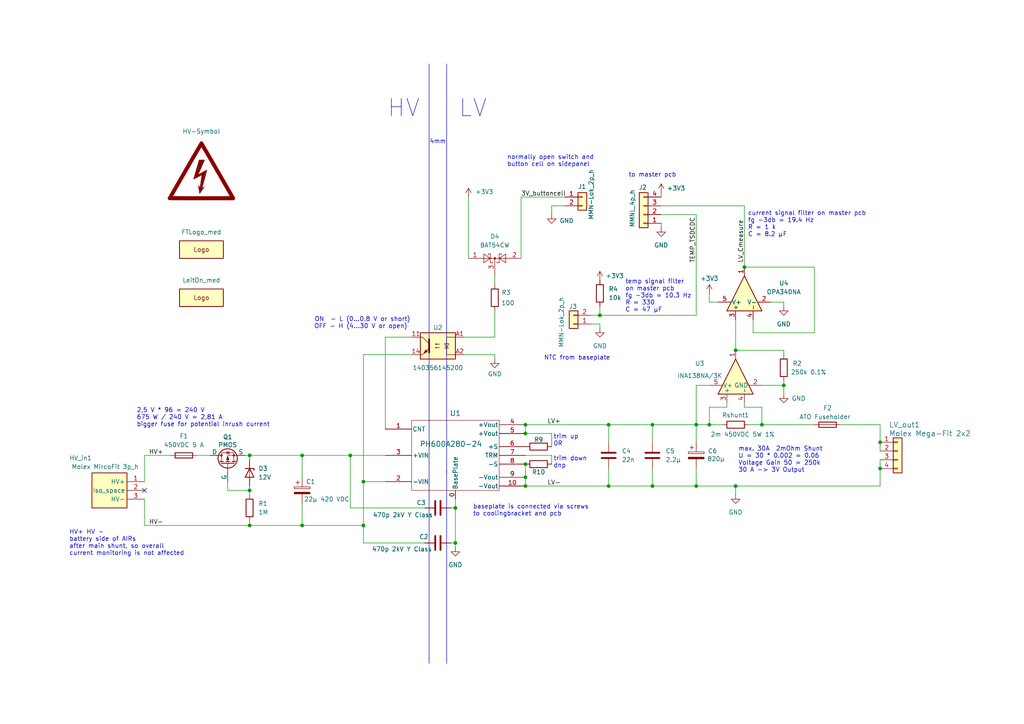
<source format=kicad_sch>
(kicad_sch (version 20231120) (generator "eeschema") (generator_version "8.0")
  (paper "A4")
  (title_block (title "TS-DCDC") (date "2024-12-12") (rev "0.5"))
  (lib_symbols
    (symbol "2024-11-18_21-41-11:PH600A280-24" (pin_names (offset 0.254))
      (property "Reference" "U1" (at 20.32 7.112 0))
      (property "Value" "PH600A280-24" (at 19.05 -1.778 0))
      (symbol "PH600A280-24_0_1"
        (polyline (pts (xy 7.62 -15.24) (xy 33.02 -15.24)) (stroke (width 0.127)))
        (polyline (pts (xy 7.62 5.08) (xy 7.62 -15.24)) (stroke (width 0.127)))
        (polyline (pts (xy 33.02 -15.24) (xy 33.02 5.08)) (stroke (width 0.127)))
        (polyline (pts (xy 33.02 5.08) (xy 7.62 5.08)) (stroke (width 0.127)))
      )
      (symbol "PH600A280-24_1_1"
        (pin passive line (at 20.32 -17.78 90) (length 2.54) (name "BasePlate") (number "0"))
        (pin input line (at 0 2.54 0) (length 7.62) (name "CNT") (number "1"))
        (pin power_out line (at 40.64 -13.97 180) (length 7.62) (name "-Vout") (number "10"))
        (pin power_in line (at 0 -12.7 0) (length 7.62) (name "-VIN") (number "2"))
        (pin power_in line (at 0 -5.08 0) (length 7.62) (name "+VIN") (number "3"))
        (pin power_out line (at 40.64 3.81 180) (length 7.62) (name "+Vout") (number "4"))
        (pin power_out line (at 40.64 1.27 180) (length 7.62) (name "+Vout") (number "5"))
        (pin input line (at 40.64 -2.54 180) (length 7.62) (name "+S") (number "6"))
        (pin input line (at 40.64 -5.08 180) (length 7.62) (name "TRM") (number "7"))
        (pin input line (at 40.64 -7.62 180) (length 7.62) (name "-S") (number "8"))
        (pin power_out line (at 40.64 -11.43 180) (length 7.62) (name "-Vout") (number "9"))
      )
    )
    (symbol "43650-0317:43650-0317"
      (property "Reference" "HV_in1" (at 10.16 -12.7 0))
      (property "Value" "43650-0317" (at 10.16 -10.16 0))
      (symbol "43650-0317_1_1"
        (rectangle (start 5.08 2.54) (end 15.24 -7.62) (stroke (width 0.254)) (fill (type background)))
        (pin power_out line (at 0 -5.08 0) (length 5.08) (name "HV+") (number "1"))
        (pin passive line (at 0 -2.54 0) (length 5.08) (name "iso_space") (number "2"))
        (pin power_out line (at 0 0 0) (length 5.08) (name "HV-") (number "3"))
      )
    )
    (symbol "Amplifier_Current:INA138" (pin_names (offset 0.127))
      (property "Reference" "U" (at 3.81 5.08 0))
      (property "Value" "INA138" (at 3.81 2.54 0))
      (symbol "INA138_0_1"
        (polyline (pts (xy -5.08 5.08) (xy 5.08 0) (xy -5.08 -5.08) (xy -5.08 5.08)) (stroke (width 0.254)) (fill (type background)))
      )
      (symbol "INA138_1_1"
        (pin output line (at 7.62 0 180) (length 2.54) (name "~") (number "1"))
        (pin power_in line (at -2.54 -7.62 90) (length 3.81) (name "GND") (number "2"))
        (pin input line (at -7.62 2.54 0) (length 2.54) (name "+") (number "3"))
        (pin input line (at -7.62 -2.54 0) (length 2.54) (name "-") (number "4"))
        (pin power_in line (at -2.54 7.62 270) (length 3.81) (name "V+") (number "5"))
      )
    )
    (symbol "Amplifier_Operational:OPA340NA" (pin_names (offset 0.127))
      (property "Reference" "U" (at -1.27 6.35 0))
      (property "Value" "OPA340NA" (at -1.27 3.81 0))
      (symbol "OPA340NA_0_1"
        (polyline (pts (xy -5.08 5.08) (xy 5.08 0) (xy -5.08 -5.08) (xy -5.08 5.08)) (stroke (width 0.254)) (fill (type background)))
        (pin power_in line (at -2.54 -7.62 90) (length 3.81) (name "V-") (number "2"))
        (pin power_in line (at -2.54 7.62 270) (length 3.81) (name "V+") (number "5"))
      )
      (symbol "OPA340NA_1_1"
        (pin output line (at 7.62 0 180) (length 2.54) (name "~") (number "1"))
        (pin input line (at -7.62 2.54 0) (length 2.54) (name "+") (number "3"))
        (pin input line (at -7.62 -2.54 0) (length 2.54) (name "-") (number "4"))
      )
    )
    (symbol "Connector_Generic:Conn_01x02" (pin_names (offset 1.016) hide)
      (property "Reference" "J" (at 0 2.54 0))
      (property "Value" "Conn_01x02" (at 0 -5.08 0))
      (symbol "Conn_01x02_1_1"
        (rectangle (start -1.27 -2.413) (end 0 -2.667) (stroke (width 0.1524)))
        (rectangle (start -1.27 0.127) (end 0 -0.127) (stroke (width 0.1524)))
        (rectangle (start -1.27 1.27) (end 1.27 -3.81) (stroke (width 0.254)) (fill (type background)))
        (pin passive line (at -5.08 0 0) (length 3.81) (name "Pin_1") (number "1"))
        (pin passive line (at -5.08 -2.54 0) (length 3.81) (name "Pin_2") (number "2"))
      )
    )
    (symbol "Connector_Generic:Conn_01x04" (pin_names (offset 1.016) hide)
      (property "Reference" "J" (at 0 5.08 0))
      (property "Value" "Conn_01x04" (at 0 -7.62 0))
      (symbol "Conn_01x04_1_1"
        (rectangle (start -1.27 -4.953) (end 0 -5.207) (stroke (width 0.1524)))
        (rectangle (start -1.27 -2.413) (end 0 -2.667) (stroke (width 0.1524)))
        (rectangle (start -1.27 0.127) (end 0 -0.127) (stroke (width 0.1524)))
        (rectangle (start -1.27 2.667) (end 0 2.413) (stroke (width 0.1524)))
        (rectangle (start -1.27 3.81) (end 1.27 -6.35) (stroke (width 0.254)) (fill (type background)))
        (pin passive line (at -5.08 2.54 0) (length 3.81) (name "Pin_1") (number "1"))
        (pin passive line (at -5.08 0 0) (length 3.81) (name "Pin_2") (number "2"))
        (pin passive line (at -5.08 -2.54 0) (length 3.81) (name "Pin_3") (number "3"))
        (pin passive line (at -5.08 -5.08 0) (length 3.81) (name "Pin_4") (number "4"))
      )
    )
    (symbol "Device:C" (pin_numbers hide) (pin_names (offset 0.254))
      (property "Reference" "C" (at 0.635 2.54 0))
      (property "Value" "C" (at 0.635 -2.54 0))
      (symbol "C_0_1"
        (polyline (pts (xy -2.032 -0.762) (xy 2.032 -0.762)) (stroke (width 0.508)))
        (polyline (pts (xy -2.032 0.762) (xy 2.032 0.762)) (stroke (width 0.508)))
      )
      (symbol "C_1_1"
        (pin passive line (at 0 3.81 270) (length 2.794) (name "~") (number "1"))
        (pin passive line (at 0 -3.81 90) (length 2.794) (name "~") (number "2"))
      )
    )
    (symbol "Device:C_Polarized" (pin_numbers hide) (pin_names (offset 0.254))
      (property "Reference" "C" (at 0.635 2.54 0))
      (property "Value" "C_Polarized" (at 0.635 -2.54 0))
      (symbol "C_Polarized_0_1"
        (rectangle (start -2.286 0.508) (end 2.286 1.016))
        (polyline (pts (xy -1.778 2.286) (xy -0.762 2.286)))
        (polyline (pts (xy -1.27 2.794) (xy -1.27 1.778)))
        (rectangle (start 2.286 -0.508) (end -2.286 -1.016) (fill (type outline)))
      )
      (symbol "C_Polarized_1_1"
        (pin passive line (at 0 3.81 270) (length 2.794) (name "~") (number "1"))
        (pin passive line (at 0 -3.81 90) (length 2.794) (name "~") (number "2"))
      )
    )
    (symbol "Device:D_Zener" (pin_numbers hide) (pin_names (offset 1.016) hide)
      (property "Reference" "D" (at 0 2.54 0))
      (property "Value" "D_Zener" (at 0 -2.54 0))
      (symbol "D_Zener_0_1"
        (polyline (pts (xy 1.27 0) (xy -1.27 0)))
        (polyline (pts (xy -1.27 -1.27) (xy -1.27 1.27) (xy -0.762 1.27)) (stroke (width 0.254)))
        (polyline (pts (xy 1.27 -1.27) (xy 1.27 1.27) (xy -1.27 0) (xy 1.27 -1.27)) (stroke (width 0.254)))
      )
      (symbol "D_Zener_1_1"
        (pin passive line (at -3.81 0 0) (length 2.54) (name "K") (number "1"))
        (pin passive line (at 3.81 0 180) (length 2.54) (name "A") (number "2"))
      )
    )
    (symbol "Device:Fuse" (pin_numbers hide) (pin_names (offset 0))
      (property "Reference" "F" (at 2.032 0 90))
      (property "Value" "Fuse" (at -1.905 0 90))
      (symbol "Fuse_0_1"
        (rectangle (start -0.762 -2.54) (end 0.762 2.54) (stroke (width 0.254)))
        (polyline (pts (xy 0 2.54) (xy 0 -2.54)))
      )
      (symbol "Fuse_1_1"
        (pin passive line (at 0 3.81 270) (length 1.27) (name "~") (number "1"))
        (pin passive line (at 0 -3.81 90) (length 1.27) (name "~") (number "2"))
      )
    )
    (symbol "Device:R" (pin_numbers hide) (pin_names (offset 0))
      (property "Reference" "R" (at 2.032 0 90))
      (property "Value" "R" (at 0 0 90))
      (symbol "R_0_1"
        (rectangle (start -1.016 -2.54) (end 1.016 2.54) (stroke (width 0.254)))
      )
      (symbol "R_1_1"
        (pin passive line (at 0 3.81 270) (length 1.27) (name "~") (number "1"))
        (pin passive line (at 0 -3.81 90) (length 1.27) (name "~") (number "2"))
      )
    )
    (symbol "Diode:BAT54CW" (pin_names (offset 1.016))
      (property "Reference" "D" (at 0.635 -3.81 0))
      (property "Value" "BAT54CW" (at -6.35 3.175 0))
      (symbol "BAT54CW_0_1"
        (polyline (pts (xy -1.905 0) (xy 1.905 0)))
        (polyline (pts (xy -1.905 1.27) (xy -1.905 1.016)))
        (polyline (pts (xy -1.27 -1.27) (xy -0.635 -1.27)))
        (polyline (pts (xy -1.27 0) (xy -3.81 0)))
        (polyline (pts (xy -1.27 1.27) (xy -1.905 1.27)))
        (polyline (pts (xy -1.27 1.27) (xy -1.27 -1.27)))
        (polyline (pts (xy -0.635 -1.27) (xy -0.635 -1.016)))
        (polyline (pts (xy 0.635 -1.27) (xy 0.635 -1.016)))
        (polyline (pts (xy 1.27 -1.27) (xy 0.635 -1.27)))
        (polyline (pts (xy 1.27 1.27) (xy 1.27 -1.27)))
        (polyline (pts (xy 1.27 1.27) (xy 1.905 1.27)))
        (polyline (pts (xy 1.905 1.27) (xy 1.905 1.016)))
        (polyline (pts (xy 3.81 0) (xy 1.27 0)))
        (polyline (pts (xy -3.175 -1.27) (xy -3.175 1.27) (xy -1.27 0) (xy -3.175 -1.27)))
        (polyline (pts (xy 3.175 -1.27) (xy 3.175 1.27) (xy 1.27 0) (xy 3.175 -1.27)))
        (circle (center 0 0) (radius 0.254) (fill (type outline)))
      )
      (symbol "BAT54CW_1_1"
        (pin passive line (at -7.62 0 0) (length 3.81) (name "~") (number "1"))
        (pin passive line (at 7.62 0 180) (length 3.81) (name "~") (number "2"))
        (pin passive line (at 0 -5.08 90) (length 5.08) (name "~") (number "3"))
      )
    )
    (symbol "FaSTTUBe_logos:FTLogo_med"
      (property "Value" "FTLogo_med" (at 0 -3.81 0))
      (symbol "FTLogo_med_0_0"
        (text "Logo" (at 0 0 0) (effects (font (size 1.27 1.27))))
      )
      (symbol "FTLogo_med_0_1"
        (rectangle (start -6.35 2.54) (end 6.35 -2.54) (stroke (width 0.254)) (fill (type background)))
      )
    )
    (symbol "FaSTTUBe_logos:HV-Symbol" (pin_names (offset 1.016))
      (property "Value" "HV-Symbol" (at 0 -10.16 0))
      (symbol "HV-Symbol_0_0"
        (polyline (pts (xy -0.4892 -6.6071) (xy -0.4759 -6.591) (xy -0.4273 -6.5255) (xy -0.3518 -6.4196) (xy -0.2542 -6.2805) (xy -0.1394 -6.1154) (xy -0.0124 -5.9317) (xy 0.1219 -5.7364) (xy 0.2585 -5.5367) (xy 0.3925 -5.34) (xy 0.5191 -5.1533) (xy 0.6332 -4.984) (xy 0.73 -4.8391) (xy 0.8045 -4.726) (xy 0.8518 -4.6518) (xy 0.8669 -4.6238) (xy 0.8391 -4.6326) (xy 0.7671 -4.6703) (xy 0.6626 -4.7309) (xy 0.537 -4.8081) (xy 0.4195 -4.881) (xy 0.3146 -4.9437) (xy 0.2421 -4.9843) (xy 0.2131 -4.9963) (xy 0.2151 -4.9851) (xy 0.2315 -4.9189) (xy 0.2631 -4.7973) (xy 0.3086 -4.6249) (xy 0.3669 -4.4065) (xy 0.4366 -4.1466) (xy 0.5165 -3.8499) (xy 0.6054 -3.521) (xy 0.702 -3.1645) (xy 0.8051 -2.7851) (xy 0.9135 -2.3873) (xy 0.9755 -2.1599) (xy 1.0812 -1.7709) (xy 1.1809 -1.4024) (xy 1.2735 -1.059) (xy 1.3576 -0.7454) (xy 1.432 -0.4663) (xy 1.4955 -0.2264) (xy 1.5468 -0.0304) (xy 1.5847 0.1171) (xy 1.6079 0.2112) (xy 1.6151 0.2474) (xy 1.6 0.2451) (xy 1.5342 0.2168) (xy 1.4215 0.1619) (xy 1.2678 0.0834) (xy 1.0788 -0.0157) (xy 0.8602 -0.1324) (xy 0.6178 -0.2637) (xy 0.3573 -0.4066) (xy 0.1726 -0.5084) (xy -0.0763 -0.6449) (xy -0.3032 -0.7687) (xy -0.5023 -0.8766) (xy -0.6678 -0.9654) (xy -0.7938 -1.0321) (xy -0.8747 -1.0735) (xy -0.9046 -1.0865) (xy -0.8996 -1.0709) (xy -0.8714 -1.0014) (xy -0.8205 -0.8806) (xy -0.7488 -0.7135) (xy -0.6586 -0.5046) (xy -0.5517 -0.2589) (xy -0.4304 0.0188) (xy -0.2967 0.3239) (xy -0.1526 0.6514) (xy -0.0003 0.9967) (xy 0.1049 1.235) (xy 0.253 1.5703) (xy 0.3921 1.8852) (xy 0.52 2.175) (xy 0.6346 2.4347) (xy 0.7337 2.6594) (xy 0.8152 2.8442) (xy 0.8769 2.9843) (xy 0.9167 3.0747) (xy 0.9323 3.1106) (xy 0.9309 3.1196) (xy 0.9051 3.1304) (xy 0.8453 3.1382) (xy 0.7454 3.1431) (xy 0.599 3.1453) (xy 0.4001 3.1453) (xy 0.1424 3.1431) (xy -0.6646 3.1344) (xy -1.4846 0.343) (xy -1.6044 -0.0656) (xy -1.7195 -0.4592) (xy -1.8277 -0.8304) (xy -1.9277 -1.1747) (xy -2.0183 -1.4878) (xy -2.0981 -1.7651) (xy -2.166 -2.0023) (xy -2.2206 -2.195) (xy -2.2606 -2.3386) (xy -2.2848 -2.4288) (xy -2.2919 -2.4611) (xy -2.286 -2.4597) (xy -2.2336 -2.4367) (xy -2.1322 -2.388) (xy -1.988 -2.3167) (xy -1.807 -2.2259) (xy -1.5954 -2.1186) (xy -1.3593 -1.998) (xy -1.1049 -1.867) (xy -0.9986 -1.8122) (xy -0.7512 -1.6851) (xy -0.5248 -1.5695) (xy -0.3256 -1.4685) (xy -0.1595 -1.3851) (xy -0.0328 -1.3225) (xy 0.0485 -1.2837) (xy 0.0782 -1.2717) (xy 0.0786 -1.2748) (xy 0.0749 -1.3248) (xy 0.063 -1.4299) (xy 0.0441 -1.5831) (xy 0.0189 -1.7774) (xy -0.0114 -2.0057) (xy -0.0458 -2.261) (xy -0.0835 -2.5363) (xy -0.1233 -2.8245) (xy -0.1644 -3.1186) (xy -0.2057 -3.4116) (xy -0.2463 -3.6965) (xy -0.2851 -3.9662) (xy -0.3212 -4.2137) (xy -0.3535 -4.432) (xy -0.3812 -4.614) (xy -0.4032 -4.7527) (xy -0.4186 -4.8411) (xy -0.4263 -4.8721) (xy -0.4486 -4.8511) (xy -0.4999 -4.7857) (xy -0.5714 -4.6867) (xy -0.6549 -4.5646) (xy -0.7311 -4.4535) (xy -0.805 -4.3514) (xy -0.8599 -4.282) (xy -0.8876 -4.2561) (xy -0.9014 -4.2806) (xy -0.8968 -4.3443) (xy -0.8924 -4.369) (xy -0.8778 -4.4566) (xy -0.8553 -4.5949) (xy -0.8262 -4.7758) (xy -0.792 -4.9906) (xy -0.7538 -5.2313) (xy -0.7132 -5.4892) (xy -0.6874 -5.6524) (xy -0.6486 -5.8965) (xy -0.6132 -6.1162) (xy -0.5826 -6.3034) (xy -0.558 -6.4502) (xy -0.5409 -6.5487) (xy -0.5324 -6.5909) (xy -0.521 -6.6112) (xy -0.4892 -6.6071)) (stroke (width 0.01)) (fill (type outline)))
        (polyline (pts (xy -0.7512 -8.4995) (xy 0.0488 -8.4991) (xy 9.3708 -8.4937) (xy 9.4936 -8.4173) (xy 9.5205 -8.3994) (xy 9.6443 -8.2757) (xy 9.7185 -8.1228) (xy 9.7386 -7.9548) (xy 9.6999 -7.7862) (xy 9.6933 -7.7735) (xy 9.6567 -7.7077) (xy 9.5896 -7.5892) (xy 9.4933 -7.4203) (xy 9.3691 -7.2031) (xy 9.2184 -6.9399) (xy 9.0425 -6.6332) (xy 8.8426 -6.285) (xy 8.6201 -5.8977) (xy 8.3763 -5.4736) (xy 8.1124 -5.015) (xy 7.8299 -4.524) (xy 7.53 -4.0031) (xy 7.2139 -3.4544) (xy 6.8831 -2.8803) (xy 6.5389 -2.283) (xy 6.1825 -1.6649) (xy 5.8152 -1.028) (xy 5.4384 -0.3749) (xy 5.0534 0.2924) (xy 4.7596 0.8012) (xy 4.2896 1.615) (xy 3.843 2.3874) (xy 3.4206 3.1175) (xy 3.0228 3.8044) (xy 2.6502 4.447) (xy 2.3033 5.0445) (xy 1.9827 5.5959) (xy 1.6889 6.1003) (xy 1.4225 6.5568) (xy 1.184 6.9643) (xy 0.9739 7.3221) (xy 0.7929 7.6291) (xy 0.6414 7.8844) (xy 0.52 8.0871) (xy 0.4293 8.2362) (xy 0.3697 8.3308) (xy 0.3419 8.37) (xy 0.2962 8.4088) (xy 0.1437 8.4869) (xy -0.0205 8.5068) (xy -0.1836 8.4683) (xy -0.3328 8.3714) (xy -0.3337 8.3705) (xy -0.3625 8.329) (xy -0.4218 8.2342) (xy -0.5102 8.0888) (xy -0.626 7.8955) (xy -0.7675 7.657) (xy -0.9334 7.3761) (xy -1.1219 7.0555) (xy -1.3314 6.698) (xy -1.5605 6.3063) (xy -1.8075 5.8832) (xy -2.0709 5.4313) (xy -2.349 4.9534) (xy -2.6402 4.4523) (xy -2.9431 3.9307) (xy -3.256 3.3913) (xy -3.5774 2.8369) (xy -3.9055 2.2702) (xy -4.239 1.6939) (xy -4.5762 1.1108) (xy -4.9154 0.5236) (xy -5.2553 -0.0649) (xy -5.594 -0.6521) (xy -5.9301 -1.2351) (xy -6.2621 -1.8112) (xy -6.5882 -2.3777) (xy -6.9069 -2.9319) (xy -7.2167 -3.471) (xy -7.516 -3.9923) (xy -7.8032 -4.493) (xy -8.0766 -4.9704) (xy -8.3348 -5.4218) (xy -8.5761 -5.8444) (xy -8.799 -6.2355) (xy -9.0019 -6.5924) (xy -9.1832 -6.9122) (xy -9.3412 -7.1924) (xy -9.4624 -7.4082) (xy -8.2772 -7.4082) (xy -8.2597 -7.3762) (xy -8.2115 -7.291) (xy -8.1342 -7.1555) (xy -8.0294 -6.9726) (xy -7.8989 -6.7452) (xy -7.7442 -6.4761) (xy -7.5671 -6.1683) (xy -7.3692 -5.8245) (xy -7.1521 -5.4478) (xy -6.9176 -5.041) (xy -6.6673 -4.6069) (xy -6.4029 -4.1484) (xy -6.1259 -3.6685) (xy -5.8382 -3.1699) (xy -5.5414 -2.6556) (xy -5.237 -2.1285) (xy -4.9268 -1.5914) (xy -4.6125 -1.0472) (xy -4.2957 -0.4988) (xy -3.9781 0.0509) (xy -3.6613 0.599) (xy -3.347 1.1428) (xy -3.0369 1.6792) (xy -2.7327 2.2054) (xy -2.4359 2.7185) (xy -2.1483 3.2157) (xy -1.8715 3.6941) (xy -1.6072 4.1507) (xy -1.357 4.5828) (xy -1.1227 4.9874) (xy -0.9058 5.3616) (xy -0.7081 5.7026) (xy -0.5312 6.0075) (xy -0.3768 6.2734) (xy -0.2465 6.4974) (xy -0.142 6.6766) (xy -0.065 6.8083) (xy -0.0171 6.8894) (xy 0 6.9171) (xy 0.0002 6.917) (xy 0.0191 6.8867) (xy 0.0688 6.803) (xy 0.1474 6.669) (xy 0.2535 6.4875) (xy 0.3853 6.2614) (xy 0.5411 5.9935) (xy 0.7192 5.6868) (xy 0.9181 5.3441) (xy 1.1361 4.9683) (xy 1.3714 4.5623) (xy 1.6225 4.129) (xy 1.8876 3.6712) (xy 2.1651 3.1917) (xy 2.4534 2.6936) (xy 2.7507 2.1797) (xy 3.0554 1.6528) (xy 3.3659 1.1159) (xy 3.6804 0.5717) (xy 3.9974 0.0233) (xy 4.3151 -0.5266) (xy 4.632 -1.0751) (xy 4.9462 -1.6192) (xy 5.2562 -2.1561) (xy 5.5603 -2.6829) (xy 5.8568 -3.1968) (xy 6.1442 -3.6948) (xy 6.4206 -4.1741) (xy 6.6844 -4.6318) (xy 6.9341 -5.065) (xy 7.1679 -5.4708) (xy 7.3841 -5.8465) (xy 7.5811 -6.189) (xy 7.7572 -6.4955) (xy 7.9109 -6.7631) (xy 8.0403 -6.989) (xy 8.1438 -7.1703) (xy 8.2198 -7.304) (xy 8.2667 -7.3874) (xy 8.2827 -7.4175) (xy 8.2727 -7.4185) (xy 8.2056 -7.4203) (xy 8.0779 -7.422) (xy 7.8921 -7.4237) (xy 7.6511 -7.4253) (xy 7.3575 -7.4269) (xy 7.0141 -7.4284) (xy 6.6236 -7.4298) (xy 6.1887 -7.4311) (xy 5.7121 -7.4324) (xy 5.1966 -7.4335) (xy 4.6448 -7.4345) (xy 4.0596 -7.4354) (xy 3.4436 -7.4362) (xy 2.7996 -7.4369) (xy 2.1302 -7.4374) (xy 1.4382 -7.4378) (xy 0.7264 -7.438) (xy -0.0027 -7.4381) (xy -0.309 -7.4381) (xy -1.147 -7.4379) (xy -1.9474 -7.4374) (xy -2.7085 -7.4368) (xy -3.4285 -7.4359) (xy -4.1058 -7.4349) (xy -4.7386 -7.4336) (xy -5.3253 -7.4322) (xy -5.8641 -7.4305) (xy -6.3533 -7.4287) (xy -6.7913 -7.4267) (xy -7.1762 -7.4245) (xy -7.5064 -7.4222) (xy -7.7802 -7.4197) (xy -7.9959 -7.417) (xy -8.1518 -7.4142) (xy -8.2461 -7.4113) (xy -8.2772 -7.4082) (xy -9.4624 -7.4082) (xy -9.4746 -7.43) (xy -9.5816 -7.6225) (xy -9.6606 -7.7671) (xy -9.7102 -7.8609) (xy -9.7287 -7.9014) (xy -9.7289 -7.9026) (xy -9.7335 -8.0172) (xy -9.7143 -8.1285) (xy -9.6792 -8.2033) (xy -9.5907 -8.3193) (xy -9.4796 -8.4176) (xy -9.3676 -8.4762) (xy -9.3591 -8.4772) (xy -9.2932 -8.4796) (xy -9.1659 -8.4819) (xy -8.9795 -8.484) (xy -8.7364 -8.4861) (xy -8.4391 -8.488) (xy -8.09 -8.4898) (xy -7.6916 -8.4915) (xy -7.2463 -8.493) (xy -6.7565 -8.4944) (xy -6.2247 -8.4957) (xy -5.6534 -8.4968) (xy -5.045 -8.4977) (xy -4.4018 -8.4984) (xy -3.7264 -8.499) (xy -3.0212 -8.4994) (xy -2.2887 -8.4997) (xy -1.5312 -8.4997) (xy -0.7512 -8.4995)) (stroke (width 0.01)) (fill (type outline)))
      )
    )
    (symbol "FaSTTUBe_logos:LeitOn_med"
      (property "Value" "LeitOn_med" (at 0 -3.81 0))
      (symbol "LeitOn_med_0_0"
        (text "Logo" (at 0 0 0) (effects (font (size 1.27 1.27))))
      )
      (symbol "LeitOn_med_0_1"
        (rectangle (start -6.35 2.54) (end 6.35 -2.54) (stroke (width 0.254)) (fill (type background)))
      )
    )
    (symbol "Relay_SolidState:34.81-7048"
      (property "Reference" "U" (at -5.08 5.08 0))
      (property "Value" "34.81-7048" (at 0 5.08 0))
      (symbol "34.81-7048_0_1"
        (rectangle (start -5.08 3.81) (end 5.08 -3.81) (stroke (width 0.254)) (fill (type background)))
        (polyline (pts (xy -3.175 -0.635) (xy -1.905 -0.635)))
        (polyline (pts (xy 2.54 1.905) (xy 2.54 -1.905) (xy 2.54 -1.905)) (stroke (width 0.508)))
        (polyline (pts (xy -5.08 2.54) (xy -2.54 2.54) (xy -2.54 -2.54) (xy -5.08 -2.54)))
        (polyline (pts (xy -2.54 -0.635) (xy -3.175 0.635) (xy -1.905 0.635) (xy -2.54 -0.635)))
        (polyline (pts (xy -0.508 -0.508) (xy 0.762 -0.508) (xy 0.381 -0.635) (xy 0.381 -0.381) (xy 0.762 -0.508)))
        (polyline (pts (xy -0.508 0.508) (xy 0.762 0.508) (xy 0.381 0.381) (xy 0.381 0.635) (xy 0.762 0.508)))
        (polyline (pts (xy 3.048 -1.651) (xy 3.556 -1.143) (xy 4.064 -2.159) (xy 3.048 -1.651) (xy 3.048 -1.651)) (fill (type outline)))
        (polyline (pts (xy 5.08 2.54) (xy 4.445 2.54) (xy 2.54 0.635) (xy 2.54 -0.635) (xy 4.445 -2.54) (xy 5.08 -2.54)))
      )
      (symbol "34.81-7048_1_1"
        (pin passive line (at 7.62 2.54 180) (length 2.54) (name "~") (number "11"))
        (pin passive line (at 7.62 -2.54 180) (length 2.54) (name "~") (number "14"))
        (pin passive line (at -7.62 2.54 0) (length 2.54) (name "~") (number "A1"))
        (pin passive line (at -7.62 -2.54 0) (length 2.54) (name "~") (number "A2"))
      )
    )
    (symbol "Simulation_SPICE:PMOS" (pin_numbers hide) (pin_names (offset 0))
      (property "Reference" "Q" (at 5.08 1.27 0))
      (property "Value" "PMOS" (at 5.08 -1.27 0))
      (symbol "PMOS_0_1"
        (polyline (pts (xy 0.254 0) (xy -2.54 0)))
        (polyline (pts (xy 0.254 1.905) (xy 0.254 -1.905)) (stroke (width 0.254)))
        (polyline (pts (xy 0.762 -1.27) (xy 0.762 -2.286)) (stroke (width 0.254)))
        (polyline (pts (xy 0.762 0.508) (xy 0.762 -0.508)) (stroke (width 0.254)))
        (polyline (pts (xy 0.762 2.286) (xy 0.762 1.27)) (stroke (width 0.254)))
        (polyline (pts (xy 2.54 2.54) (xy 2.54 1.778)))
        (polyline (pts (xy 2.54 -2.54) (xy 2.54 0) (xy 0.762 0)))
        (polyline (pts (xy 0.762 1.778) (xy 3.302 1.778) (xy 3.302 -1.778) (xy 0.762 -1.778)))
        (polyline (pts (xy 2.286 0) (xy 1.27 0.381) (xy 1.27 -0.381) (xy 2.286 0)) (fill (type outline)))
        (polyline (pts (xy 2.794 -0.508) (xy 2.921 -0.381) (xy 3.683 -0.381) (xy 3.81 -0.254)))
        (polyline (pts (xy 3.302 -0.381) (xy 2.921 0.254) (xy 3.683 0.254) (xy 3.302 -0.381)))
        (circle (center 1.651 0) (radius 2.794) (stroke (width 0.254)))
        (circle (center 2.54 -1.778) (radius 0.254) (fill (type outline)))
        (circle (center 2.54 1.778) (radius 0.254) (fill (type outline)))
      )
      (symbol "PMOS_1_1"
        (pin passive line (at 2.54 5.08 270) (length 2.54) (name "D") (number "1"))
        (pin input line (at -5.08 0 0) (length 2.54) (name "G") (number "2"))
        (pin passive line (at 2.54 -5.08 90) (length 2.54) (name "S") (number "3"))
      )
    )
    (symbol "power:+3V3" (power) (pin_numbers hide) (pin_names (offset 0) hide)
      (property "Value" "+3V3" (at 0 3.556 0))
      (symbol "+3V3_0_1"
        (polyline (pts (xy -0.762 1.27) (xy 0 2.54)))
        (polyline (pts (xy 0 0) (xy 0 2.54)))
        (polyline (pts (xy 0 2.54) (xy 0.762 1.27)))
      )
      (symbol "+3V3_1_1"
        (pin power_in line (at 0 0 90) (length 0) (name "~") (number "1"))
      )
    )
    (symbol "power:GND" (power) (pin_numbers hide) (pin_names (offset 0) hide)
      (property "Value" "GND" (at 0 -3.81 0))
      (symbol "GND_0_1"
        (polyline (pts (xy 0 0) (xy 0 -1.27) (xy 1.27 -1.27) (xy 0 -2.54) (xy -1.27 -1.27) (xy 0 -1.27)))
      )
      (symbol "GND_1_1"
        (pin power_in line (at 0 0 270) (length 0) (name "~") (number "1"))
      )
    )
  )
  (junction (at 213.36 140.97))
  (junction (at 189.23 140.97))
  (junction (at 201.93 140.97))
  (junction (at 87.63 152.4))
  (junction (at 152.4 134.62))
  (junction (at 189.23 123.19))
  (junction (at 152.4 125.73))
  (junction (at 176.53 123.19))
  (junction (at 152.4 138.43))
  (junction (at 105.41 152.4))
  (junction (at 213.36 101.6))
  (junction (at 152.4 123.19))
  (junction (at 132.08 157.48))
  (junction (at 152.4 140.97))
  (junction (at 72.39 132.08))
  (junction (at 72.39 142.24))
  (junction (at 205.74 123.19))
  (junction (at 201.93 123.19))
  (junction (at 176.53 140.97))
  (junction (at 255.27 135.89))
  (junction (at 72.39 152.4))
  (junction (at 173.99 91.44))
  (junction (at 220.98 123.19))
  (junction (at 255.27 128.27))
  (junction (at 132.08 147.32))
  (junction (at 215.9 77.47))
  (junction (at 101.6 132.08))
  (junction (at 105.41 139.7))
  (junction (at 227.33 111.76))
  (junction (at 87.63 132.08))
  (no_connect (at 41.91 142.24))
  (wire (pts (xy 213.36 140.97) (xy 213.36 143.51)))
  (wire (pts (xy 160.02 125.73) (xy 152.4 125.73)))
  (wire (pts (xy 105.41 102.87) (xy 119.38 102.87)))
  (wire (pts (xy 151.13 57.15) (xy 151.13 74.93)))
  (wire (pts (xy 191.77 59.69) (xy 215.9 59.69)))
  (wire (pts (xy 41.91 152.4) (xy 41.91 144.78)))
  (wire (pts (xy 176.53 123.19) (xy 176.53 128.27)))
  (wire (pts (xy 176.53 135.89) (xy 176.53 140.97)))
  (wire (pts (xy 111.76 97.79) (xy 111.76 124.46)))
  (wire (pts (xy 160.02 59.69) (xy 160.02 62.23)))
  (wire (pts (xy 201.93 123.19) (xy 205.74 123.19)))
  (wire (pts (xy 201.93 111.76) (xy 205.74 111.76)))
  (wire (pts (xy 151.13 57.15) (xy 163.83 57.15)))
  (wire (pts (xy 132.08 157.48) (xy 130.81 157.48)))
  (wire (pts (xy 134.62 97.79) (xy 143.51 97.79)))
  (wire (pts (xy 105.41 139.7) (xy 105.41 152.4)))
  (wire (pts (xy 201.93 62.23) (xy 201.93 91.44)))
  (wire (pts (xy 173.99 93.98) (xy 171.45 93.98)))
  (wire (pts (xy 143.51 80.01) (xy 143.51 82.55)))
  (wire (pts (xy 205.74 123.19) (xy 209.55 123.19)))
  (wire (pts (xy 201.93 111.76) (xy 201.93 123.19)))
  (wire (pts (xy 210.82 116.84) (xy 210.82 118.11)))
  (wire (pts (xy 210.82 118.11) (xy 205.74 118.11)))
  (wire (pts (xy 135.89 57.15) (xy 135.89 74.93)))
  (wire (pts (xy 218.44 96.52) (xy 236.22 96.52)))
  (wire (pts (xy 243.84 123.19) (xy 255.27 123.19)))
  (wire (pts (xy 227.33 111.76) (xy 227.33 114.3)))
  (wire (pts (xy 152.4 123.19) (xy 176.53 123.19)))
  (polyline (pts (xy 124.46 18.542) (xy 124.46 192.405)))
  (wire (pts (xy 160.02 132.08) (xy 160.02 134.62)))
  (wire (pts (xy 208.28 87.63) (xy 205.74 87.63)))
  (wire (pts (xy 191.77 66.04) (xy 191.77 64.77)))
  (wire (pts (xy 152.4 138.43) (xy 152.4 134.62)))
  (wire (pts (xy 41.91 152.4) (xy 72.39 152.4)))
  (wire (pts (xy 111.76 97.79) (xy 119.38 97.79)))
  (wire (pts (xy 132.08 147.32) (xy 132.08 157.48)))
  (wire (pts (xy 220.98 118.11) (xy 220.98 123.19)))
  (wire (pts (xy 255.27 128.27) (xy 255.27 130.81)))
  (wire (pts (xy 227.33 88.9) (xy 227.33 87.63)))
  (wire (pts (xy 71.12 132.08) (xy 72.39 132.08)))
  (wire (pts (xy 72.39 133.35) (xy 72.39 132.08)))
  (wire (pts (xy 72.39 143.51) (xy 72.39 142.24)))
  (wire (pts (xy 66.04 139.7) (xy 66.04 142.24)))
  (wire (pts (xy 105.41 139.7) (xy 111.76 139.7)))
  (wire (pts (xy 105.41 152.4) (xy 105.41 157.48)))
  (wire (pts (xy 189.23 140.97) (xy 201.93 140.97)))
  (wire (pts (xy 213.36 92.71) (xy 213.36 101.6)))
  (wire (pts (xy 213.36 140.97) (xy 255.27 140.97)))
  (wire (pts (xy 173.99 88.9) (xy 173.99 91.44)))
  (wire (pts (xy 72.39 152.4) (xy 87.63 152.4)))
  (wire (pts (xy 173.99 91.44) (xy 201.93 91.44)))
  (wire (pts (xy 189.23 123.19) (xy 189.23 128.27)))
  (wire (pts (xy 220.98 111.76) (xy 227.33 111.76)))
  (wire (pts (xy 189.23 135.89) (xy 189.23 140.97)))
  (wire (pts (xy 201.93 135.89) (xy 201.93 140.97)))
  (wire (pts (xy 220.98 118.11) (xy 215.9 118.11)))
  (wire (pts (xy 134.62 102.87) (xy 143.51 102.87)))
  (wire (pts (xy 87.63 152.4) (xy 105.41 152.4)))
  (wire (pts (xy 87.63 132.08) (xy 101.6 132.08)))
  (wire (pts (xy 132.08 144.78) (xy 132.08 147.32)))
  (polyline (pts (xy 129.54 136.525) (xy 129.54 192.405)))
  (wire (pts (xy 152.4 123.19) (xy 152.4 125.73)))
  (wire (pts (xy 87.63 132.08) (xy 87.63 138.43)))
  (wire (pts (xy 191.77 57.15) (xy 191.77 55.88)))
  (wire (pts (xy 236.22 77.47) (xy 215.9 77.47)))
  (wire (pts (xy 72.39 142.24) (xy 72.39 140.97)))
  (wire (pts (xy 205.74 118.11) (xy 205.74 123.19)))
  (wire (pts (xy 101.6 132.08) (xy 111.76 132.08)))
  (wire (pts (xy 105.41 102.87) (xy 105.41 139.7)))
  (wire (pts (xy 236.22 96.52) (xy 236.22 77.47)))
  (wire (pts (xy 60.96 132.08) (xy 57.15 132.08)))
  (wire (pts (xy 72.39 132.08) (xy 87.63 132.08)))
  (wire (pts (xy 163.83 59.69) (xy 160.02 59.69)))
  (wire (pts (xy 152.4 132.08) (xy 160.02 132.08)))
  (wire (pts (xy 176.53 123.19) (xy 189.23 123.19)))
  (wire (pts (xy 227.33 87.63) (xy 223.52 87.63)))
  (wire (pts (xy 173.99 91.44) (xy 171.45 91.44)))
  (wire (pts (xy 72.39 151.13) (xy 72.39 152.4)))
  (wire (pts (xy 201.93 140.97) (xy 213.36 140.97)))
  (wire (pts (xy 217.17 123.19) (xy 220.98 123.19)))
  (wire (pts (xy 215.9 59.69) (xy 215.9 77.47)))
  (wire (pts (xy 152.4 140.97) (xy 176.53 140.97)))
  (polyline (pts (xy 129.54 18.542) (xy 129.54 137.16)))
  (wire (pts (xy 123.19 147.32) (xy 101.6 147.32)))
  (wire (pts (xy 152.4 140.97) (xy 152.4 138.43)))
  (wire (pts (xy 255.27 133.35) (xy 255.27 135.89)))
  (wire (pts (xy 66.04 142.24) (xy 72.39 142.24)))
  (wire (pts (xy 176.53 140.97) (xy 189.23 140.97)))
  (wire (pts (xy 173.99 93.98) (xy 173.99 95.25)))
  (wire (pts (xy 215.9 118.11) (xy 215.9 116.84)))
  (wire (pts (xy 255.27 135.89) (xy 255.27 140.97)))
  (wire (pts (xy 189.23 123.19) (xy 201.93 123.19)))
  (wire (pts (xy 143.51 97.79) (xy 143.51 90.17)))
  (wire (pts (xy 132.08 147.32) (xy 130.81 147.32)))
  (wire (pts (xy 132.08 158.75) (xy 132.08 157.48)))
  (wire (pts (xy 101.6 147.32) (xy 101.6 132.08)))
  (wire (pts (xy 105.41 157.48) (xy 123.19 157.48)))
  (wire (pts (xy 227.33 101.6) (xy 227.33 102.87)))
  (wire (pts (xy 220.98 123.19) (xy 236.22 123.19)))
  (wire (pts (xy 41.91 132.08) (xy 49.53 132.08)))
  (wire (pts (xy 213.36 101.6) (xy 227.33 101.6)))
  (wire (pts (xy 205.74 87.63) (xy 205.74 85.09)))
  (wire (pts (xy 41.91 132.08) (xy 41.91 139.7)))
  (wire (pts (xy 255.27 123.19) (xy 255.27 128.27)))
  (wire (pts (xy 227.33 110.49) (xy 227.33 111.76)))
  (wire (pts (xy 201.93 62.23) (xy 191.77 62.23)))
  (wire (pts (xy 218.44 96.52) (xy 218.44 92.71)))
  (wire (pts (xy 87.63 152.4) (xy 87.63 146.05)))
  (wire (pts (xy 143.51 102.87) (xy 143.51 104.14)))
  (wire (pts (xy 160.02 129.54) (xy 160.02 125.73)))
  (wire (pts (xy 201.93 123.19) (xy 201.93 128.27)))
  (text "trim down\ndnp" (at 160.528 134.112 0) (effects (font (size 1.27 1.27)) (justify left)))
  (text " ON  - L (0...0,8 V or short)\nOFF - H (4...30 V or open)" (at 104.648 93.726 0) (effects (font (size 1.27 1.27))))
  (text "max. 30A  2mOhm Shunt \nU = 30 * 0.002 = 0.06\nVoltage Gain 50 = 250k\n30 A -> 3V Output\n" (at 214.122 133.35 0) (effects (font (size 1.27 1.27)) (justify left)))
  (text "trim up\n0R" (at 160.528 127.762 0) (effects (font (size 1.27 1.27)) (justify left)))
  (text "2,5 V * 96 = 240 V\n675 W / 240 V = 2,81 A\nbigger fuse for potential inrush current\n\n" (at 39.624 122.174 0) (effects (font (size 1.27 1.27)) (justify left)))
  (text "current signal filter on master pcb\nfg -3db = 19.4 Hz\nR = 1 k\nC = 8.2 µF\n" (at 216.916 65.024 0) (effects (font (size 1.27 1.27)) (justify left)))
  (text "LV" (at 137.16 31.496 0) (effects (font (size 5 5))))
  (text "4mm" (at 127 41.148 0) (effects (font (size 1.27 1.27))))
  (text "normally open switch and\nbutton cell on sidepanel\n " (at 147.066 44.958 0) (effects (font (size 1.27 1.27)) (justify left top)))
  (text "NTC from baseplate" (at 167.386 103.886 0) (effects (font (size 1.27 1.27))))
  (text "HV" (at 117.094 31.496 0) (effects (font (size 5 5))))
  (text "HV+ HV -\nbattery side of AIRs\nafter main shunt, so overall \ncurrent monitoring is not affected" (at 20.066 157.48 0) (effects (font (size 1.27 1.27)) (justify left)))
  (text "to master pcb" (at 189.23 50.8 0) (effects (font (size 1.27 1.27))))
  (text "baseplate is connected via screws\nto coolingbracket and pcb\n" (at 137.16 148.082 0) (effects (font (size 1.27 1.27)) (justify left)))
  (text "temp signal filter \non master pcb\nfg -3db = 10.3 Hz\nR = 330\nC = 47 µF" (at 181.356 85.852 0) (effects (font (size 1.27 1.27)) (justify left)))
  (label "LV+" (at 158.75 123.19 0))
  (label "LV-" (at 158.75 140.97 0))
  (label "TEMP_TSDCDC" (at 201.93 76.2 90))
  (label "LV_Cmeasure" (at 215.9 76.2 90))
  (label "3V_buttoncell" (at 151.13 57.15 0))
  (label "HV+" (at 43.18 132.08 0))
  (label "HV-" (at 43.18 152.4 0))
  (symbol (lib_id "Device:C") (at 176.53 132.08 0) (unit 1)
    (property "Reference" "C4" (at 180.34 130.8099 0) (effects (justify left)))
    (property "Value" "22n" (at 180.34 133.3499 0) (effects (justify left)))
    (property "Footprint" "Capacitor_SMD:C_1206_3216Metric" (effects (hide yes)))
    (property "Description" "Unpolarized capacitor" (effects (hide yes)))
  )
  (symbol (lib_id "Device:R") (at 72.39 147.32 0) (unit 1)
    (property "Reference" "R1" (at 74.93 146.0499 0) (effects (justify left)))
    (property "Value" "1M" (at 74.93 148.5899 0) (effects (justify left)))
    (property "Description" "Resistor" (effects (hide yes)))
  )
  (symbol (lib_id "Connector_Generic:Conn_01x04") (at 186.69 62.23 180) (unit 1)
    (property "Reference" "J2" (at 186.436 54.356 0))
    (property "Value" "MMNL_4p_h" (at 183.388 60.452 90))
    (property "Footprint" "FaSTTUBe_connectors:Micro_Mate-N-Lok_4p_horizontal" (effects (hide yes)))
    (property "Description" "Generic connector, single row, 01x04, script generated (kicad-library-utils/schlib/autogen/connector/)" (effects (hide yes)))
  )
  (symbol (lib_id "power:GND") (at 213.36 143.51 0) (unit 1)
    (property "Reference" "#PWR01" (effects (hide yes)))
    (property "Value" "GND" (at 213.36 148.59 0))
    (property "Description" "Power symbol creates a global label with name \"GND\" , ground" (effects (hide yes)))
  )
  (symbol (lib_id "Device:D_Zener") (at 72.39 137.16 270) (unit 1)
    (property "Reference" "D3" (at 74.93 135.8899 90) (effects (justify left)))
    (property "Value" "12V" (at 74.93 138.4299 90) (effects (justify left)))
    (property "Footprint" "Diode_SMD:D_SOD-323" (effects (hide yes)))
    (property "Datasheet" "https://assets.nexperia.com/documents/data-sheet/PDZ-B_SER.pdf" (effects (hide yes)))
    (property "Description" "Zener diode" (effects (hide yes)))
  )
  (symbol (lib_id "power:+3V3") (at 191.77 55.88 0) (mirror y) (unit 1)
    (property "Reference" "#PWR05" (effects (hide yes)))
    (property "Value" "+3V3" (at 196.088 54.61 0))
    (property "Description" "Power symbol creates a global label with name \"+3V3\"" (effects (hide yes)))
  )
  (symbol (lib_id "Amplifier_Operational:OPA340NA") (at 215.9 85.09 90) (unit 1)
    (property "Reference" "U4" (at 227.33 82.1338 90))
    (property "Value" "OPA340NA" (at 227.33 84.6738 90))
    (property "Footprint" "Package_TO_SOT_SMD:SOT-23-5" (effects (hide yes)))
    (property "Datasheet" "http://www.ti.com/lit/ds/symlink/opa340.pdf" (effects (hide yes)))
    (property "Description" "Single Single-Supply, Rail-to-Rail Operational Amplifier, MicroAmplifier Series, SOT-23-5" (effects (hide yes)))
  )
  (symbol (lib_id "Device:C_Polarized") (at 87.63 142.24 0) (unit 1)
    (property "Reference" "C1" (at 91.44 139.7 0) (effects (justify right)))
    (property "Value" "22µ 420 VDC" (at 101.346 144.78 0) (effects (justify right)))
    (property "Footprint" "footprints:CAPPRD500W60D1275H2200" (effects (hide yes)))
    (property "Datasheet" "https://www.mouser.de/datasheet/2/293/e_ucy-3082387.pdf" (effects (hide yes)))
    (property "Description" "Polarized capacitor" (effects (hide yes)))
  )
  (symbol (lib_id "Device:C") (at 127 157.48 90) (unit 1)
    (property "Reference" "C2" (at 122.936 155.702 90))
    (property "Value" "470p 2kV Y Class" (at 116.586 159.258 90))
    (property "Footprint" "Capacitor_SMD:C_2220_5750Metric" (effects (hide yes)))
    (property "Datasheet" "https://www.vishay.com/docs/45255/vjsafetycertcaps.pdf" (effects (hide yes)))
    (property "Description" "Unpolarized capacitor" (effects (hide yes)))
  )
  (symbol (lib_id "2024-11-18_21-41-11:PH600A280-24") (at 111.76 127 0) (unit 1)
    (property "Reference" "U1" (at 132.08 119.888 0) (effects (font (size 1.524 1.524))))
    (property "Value" "PH600A280-24" (at 130.81 128.778 0) (effects (font (size 1.524 1.524))))
    (property "Footprint" "footprints:PH300A_thru_PH600A_TDK" (effects (hide yes)))
    (property "Datasheet" "PH600A280-24" (effects (hide yes)))
  )
  (symbol (lib_id "Device:R") (at 156.21 134.62 90) (unit 1)
    (property "Reference" "R10" (at 156.21 136.906 90))
    (property "Value" "R" (effects (hide yes)))
    (property "Footprint" "Resistor_SMD:R_0603_1608Metric" (effects (hide yes)))
    (property "Description" "Resistor" (effects (hide yes)))
  )
  (symbol (lib_id "power:+3V3") (at 173.99 81.28 0) (mirror y) (unit 1)
    (property "Reference" "#PWR08" (effects (hide yes)))
    (property "Value" "+3V3" (at 178.308 80.01 0))
    (property "Description" "Power symbol creates a global label with name \"+3V3\"" (effects (hide yes)))
  )
  (symbol (lib_id "FaSTTUBe_logos:HV-Symbol") (at 58.42 49.53 0) (unit 1)
    (property "Reference" "#Logo2" (effects (hide yes)))
    (property "Value" "HV-Symbol" (at 58.4225 38.1 0))
    (property "Footprint" "FaSTTUBe_logos:HV-Warning" (effects (hide yes)))
  )
  (symbol (lib_id "power:GND") (at 227.33 114.3 0) (unit 1)
    (property "Reference" "#PWR02" (effects (hide yes)))
    (property "Value" "GND" (at 231.648 115.57 0))
    (property "Description" "Power symbol creates a global label with name \"GND\" , ground" (effects (hide yes)))
  )
  (symbol (lib_id "FaSTTUBe_logos:LeitOn_med") (at 58.42 86.36 0) (unit 1)
    (property "Reference" "#Logo3" (effects (hide yes)))
    (property "Value" "LeitOn_med" (at 58.42 81.28 0))
    (property "Footprint" "FaSTTUBe_logos:LeitOn_medium" (effects (hide yes)))
  )
  (symbol (lib_id "Device:Fuse") (at 53.34 132.08 90) (unit 1)
    (property "Reference" "F1" (at 53.34 126.492 90))
    (property "Value" "450VDC 5 A" (at 53.34 129.032 90))
    (property "Footprint" "footprints:0ACG5000TE" (effects (hide yes)))
    (property "Datasheet" "https://www.mouser.de/datasheet/2/643/ds_CP_0ACG_series-2000946.pdf" (effects (hide yes)))
    (property "Description" "Fuse" (effects (hide yes)))
  )
  (symbol (lib_id "power:GND") (at 132.08 158.75 0) (unit 1)
    (property "Reference" "#PWR010" (effects (hide yes)))
    (property "Value" "GND" (at 132.08 163.83 0))
    (property "Description" "Power symbol creates a global label with name \"GND\" , ground" (effects (hide yes)))
  )
  (symbol (lib_id "Relay_SolidState:34.81-7048") (at 127 100.33 0) (mirror y) (unit 1)
    (property "Reference" "U2" (at 127 94.996 0))
    (property "Value" "140356145200" (at 127 106.68 0))
    (property "Footprint" "footprints:SOP254P700X210-4N" (effects (hide yes)))
    (property "Datasheet" "https://www.we-online.com/components/products/datasheet/140356145200.pdf" (effects (hide yes)))
    (property "Description" "Ultra-Slim Solid-State Relay, 0.1A, 48V DC output switching" (effects (hide yes)))
  )
  (symbol (lib_id "Device:C_Polarized") (at 201.93 132.08 0) (unit 1)
    (property "Reference" "C6" (at 208.026 130.81 0) (effects (justify right)))
    (property "Value" "820µ" (at 210.312 133.096 0) (effects (justify right)))
    (property "Footprint" "Capacitor_THT:CP_Radial_D16.0mm_P7.50mm" (effects (hide yes)))
    (property "Datasheet" "https://www.mouser.de/datasheet/2/420/7964717934d9b174c3ba48-1210810.pdf" (effects (hide yes)))
    (property "Description" "Polarized capacitor" (effects (hide yes)))
  )
  (symbol (lib_id "Connector_Generic:Conn_01x04") (at 260.35 130.81 0) (unit 1)
    (property "Reference" "LV_out1" (at 257.81 123.19 0) (effects (font (size 1.524 1.524)) (justify left)))
    (property "Value" "Molex Mega-Fit 2x2" (at 257.81 125.73 0) (effects (font (size 1.524 1.524)) (justify left)))
    (property "Footprint" "footprints:CONN_SD-76825-0100_04_MOL" (effects (hide yes)))
    (property "Description" "Generic connector, single row, 01x04, script generated (kicad-library-utils/schlib/autogen/connector/)" (effects (hide yes)))
  )
  (symbol (lib_id "power:+3V3") (at 135.89 57.15 0) (unit 1)
    (property "Reference" "#PWR09" (effects (hide yes)))
    (property "Value" "+3V3" (at 140.462 55.626 0))
    (property "Description" "Power symbol creates a global label with name \"+3V3\"" (effects (hide yes)))
  )
  (symbol (lib_id "power:GND") (at 173.99 95.25 0) (unit 1)
    (property "Reference" "#PWR06" (effects (hide yes)))
    (property "Value" "GND" (at 173.99 100.33 0))
    (property "Description" "Power symbol creates a global label with name \"GND\" , ground" (effects (hide yes)))
  )
  (symbol (lib_id "Device:R") (at 173.99 85.09 0) (unit 1)
    (property "Reference" "R4" (at 176.53 83.8199 0) (effects (justify left)))
    (property "Value" "10k" (at 176.53 86.3599 0) (effects (justify left)))
    (property "Footprint" "Resistor_SMD:R_0603_1608Metric" (effects (hide yes)))
    (property "Description" "Resistor" (effects (hide yes)))
  )
  (symbol (lib_id "Device:Fuse") (at 240.03 123.19 90) (unit 1)
    (property "Reference" "F2" (at 240.03 118.364 90))
    (property "Value" "ATO Fuseholder" (at 239.268 120.904 90))
    (property "Footprint" "footprints:01000066Z" (effects (hide yes)))
    (property "Description" "Fuse" (effects (hide yes)))
  )
  (symbol (lib_id "Device:R") (at 213.36 123.19 90) (unit 1)
    (property "Reference" "Rshunt1" (at 213.36 120.396 90))
    (property "Value" "2m 450VDC 5W 1%" (at 215.392 125.984 90))
    (property "Footprint" "Resistor_SMD:R_2512_6332Metric" (effects (hide yes)))
    (property "Datasheet" "https://www.mouser.de/datasheet/2/54/css2h_2512-1862180.pdf" (effects (hide yes)))
    (property "Description" "Resistor" (effects (hide yes)))
  )
  (symbol (lib_id "Diode:BAT54CW") (at 143.51 74.93 0) (unit 1)
    (property "Reference" "D4" (at 143.51 68.58 0))
    (property "Value" "BAT54CW" (at 143.51 71.12 0))
    (property "Footprint" "Package_TO_SOT_SMD:SOT-323_SC-70" (effects (hide yes)))
    (property "Datasheet" "https://assets.nexperia.com/documents/data-sheet/BAT54W_SER.pdf" (effects (hide yes)))
    (property "Description" "Dual schottky barrier diode, common cathode, SOT-323" (effects (hide yes)))
  )
  (symbol (lib_id "Device:C") (at 127 147.32 270) (unit 1)
    (property "Reference" "C3" (at 122.174 145.796 90))
    (property "Value" "470p 2kV Y Class" (at 116.84 149.352 90))
    (property "Footprint" "Capacitor_SMD:C_2220_5750Metric" (effects (hide yes)))
    (property "Datasheet" "https://www.vishay.com/docs/45255/vjsafetycertcaps.pdf" (effects (hide yes)))
    (property "Description" "Unpolarized capacitor" (effects (hide yes)))
  )
  (symbol (lib_id "Device:R") (at 227.33 106.68 0) (unit 1)
    (property "Reference" "R2" (at 229.87 105.4099 0) (effects (justify left)))
    (property "Value" "250k 0.1%" (at 229.362 107.95 0) (effects (justify left)))
    (property "Footprint" "Resistor_SMD:R_0805_2012Metric" (effects (hide yes)))
    (property "Datasheet" "https://www.mouser.de/datasheet/2/385/SEI_RNCF-3077647.pdf" (effects (hide yes)))
    (property "Description" "Resistor" (effects (hide yes)))
  )
  (symbol (lib_id "FaSTTUBe_logos:FTLogo_med") (at 58.42 72.39 0) (unit 1)
    (property "Reference" "#Logo1" (effects (hide yes)))
    (property "Value" "FTLogo_med" (at 58.42 67.31 0))
    (property "Footprint" "FaSTTUBe_logos:FTLogo_medium" (effects (hide yes)))
  )
  (symbol (lib_id "power:GND") (at 227.33 88.9 0) (unit 1)
    (property "Reference" "#PWR011" (effects (hide yes)))
    (property "Value" "GND" (at 227.33 93.98 0))
    (property "Description" "Power symbol creates a global label with name \"GND\" , ground" (effects (hide yes)))
  )
  (symbol (lib_id "power:+3V3") (at 205.74 85.09 0) (mirror y) (unit 1)
    (property "Reference" "#PWR012" (effects (hide yes)))
    (property "Value" "+3V3" (at 205.74 80.772 0))
    (property "Description" "Power symbol creates a global label with name \"+3V3\"" (effects (hide yes)))
  )
  (symbol (lib_id "Connector_Generic:Conn_01x02") (at 166.37 93.98 180) (unit 1)
    (property "Reference" "J3" (at 167.386 88.9 0) (effects (justify left)))
    (property "Value" "MMN-Lok_2p_h" (at 162.814 86.106 90) (effects (justify left)))
    (property "Footprint" "FaSTTUBe_connectors:Micro_Mate-N-Lok_2p_horizontal" (effects (hide yes)))
    (property "Description" "Generic connector, single row, 01x02, script generated (kicad-library-utils/schlib/autogen/connector/)" (effects (hide yes)))
  )
  (symbol (lib_id "Device:R") (at 143.51 86.36 0) (unit 1)
    (property "Reference" "R3" (at 146.812 84.836 0))
    (property "Value" "100" (at 147.32 87.884 0))
    (property "Footprint" "Resistor_SMD:R_0603_1608Metric" (effects (hide yes)))
    (property "Description" "Resistor" (effects (hide yes)))
  )
  (symbol (lib_id "power:GND") (at 143.51 104.14 0) (unit 1)
    (property "Reference" "#PWR07" (effects (hide yes)))
    (property "Value" "GND" (at 143.51 108.458 0))
    (property "Description" "Power symbol creates a global label with name \"GND\" , ground" (effects (hide yes)))
  )
  (symbol (lib_id "43650-0317:43650-0317") (at 41.91 144.78 180) (unit 1)
    (property "Reference" "HV_in1" (at 23.368 132.842 0))
    (property "Value" "Molex MircoFit 3p_h" (at 30.48 135.382 0))
    (property "Footprint" "Connector_Molex:Molex_Micro-Fit_3.0_43650-0310_1x03-1MP_P3.00mm_Horizontal_PnP" (effects (hide yes)))
    (property "Datasheet" "https://www.molex.com/en-us/products/part-detail/436500310?display=pdf" (effects (hide yes)))
    (property "Description" "Micro-Fit 3.0 Vertical Header, 3.00mm Pitch, Single Row, 3 Circuits, with PCB Polarizing Peg, Glow-Wire Capable, Black" (effects (hide yes)))
    (property "Height" "9.9" (effects (hide yes)))
    (property "Mouser Part Number" "538-43650-0317" (effects (hide yes)))
    (property "Mouser Price/Stock" "https://www.mouser.co.uk/ProductDetail/Molex/43650-0317?qs=Nb99Pa9xYq%2Fi%252B%2FVbiejqUg%3D%3D" (effects (hide yes)))
    (property "Manufacturer_Name" "Molex" (effects (hide yes)))
    (property "Manufacturer_Part_Number" "43650-0317" (effects (hide yes)))
  )
  (symbol (lib_id "power:GND") (at 160.02 62.23 0) (unit 1)
    (property "Reference" "#PWR04" (effects (hide yes)))
    (property "Value" "GND" (at 164.338 64.008 0))
    (property "Description" "Power symbol creates a global label with name \"GND\" , ground" (effects (hide yes)))
  )
  (symbol (lib_id "Simulation_SPICE:PMOS") (at 66.04 134.62 90) (unit 1)
    (property "Reference" "Q1" (at 66.04 126.746 90))
    (property "Value" "PMOS" (at 66.04 129.032 90))
    (property "Footprint" "Package_TO_SOT_SMD:TO-263-2" (effects (hide yes)))
    (property "Datasheet" "https://www.mouser.de/datasheet/2/240/Littelfuse_Discrete_MOSFETs_P_Channel_IXT_10P50P_D-1622554.pdf" (effects (hide yes)))
    (property "Description" "P-MOSFET transistor, drain/source/gate" (effects (hide yes)))
    (property "Sim.Device" "PMOS" (effects (hide yes)))
    (property "Sim.Type" "VDMOS" (effects (hide yes)))
    (property "Sim.Pins" "1=D 2=G 3=S" (effects (hide yes)))
  )
  (symbol (lib_id "Amplifier_Current:INA138") (at 213.36 109.22 90) (unit 1)
    (property "Reference" "U3" (at 202.946 105.41 90))
    (property "Value" "INA138NA/3K" (at 202.946 108.966 90))
    (property "Footprint" "Package_TO_SOT_SMD:SOT-23-5" (effects (hide yes)))
    (property "Datasheet" "https://www.ti.com/lit/ds/symlink/ina138.pdf?ts=1734802735399&ref_url=https%253A%252F%252Fwww.mouser.de%252F" (effects (hide yes)))
    (property "Description" "High-Side Measurement Current Shunt Monitor, 36V, SOT-23-5" (effects (hide yes)))
  )
  (symbol (lib_id "Device:R") (at 156.21 129.54 90) (unit 1)
    (property "Reference" "R9" (at 156.21 127.508 90))
    (property "Value" "R" (effects (hide yes)))
    (property "Footprint" "Resistor_SMD:R_0603_1608Metric" (effects (hide yes)))
    (property "Description" "Resistor" (effects (hide yes)))
  )
  (symbol (lib_id "Connector_Generic:Conn_01x02") (at 168.91 57.15 0) (unit 1)
    (property "Reference" "J1" (at 167.64 54.102 0) (effects (justify left)))
    (property "Value" "MMN-Lok_2p_h" (at 171.45 63.754 90) (effects (justify left)))
    (property "Footprint" "FaSTTUBe_connectors:Micro_Mate-N-Lok_2p_horizontal" (effects (hide yes)))
    (property "Description" "Generic connector, single row, 01x02, script generated (kicad-library-utils/schlib/autogen/connector/)" (effects (hide yes)))
  )
  (symbol (lib_id "Device:C") (at 189.23 132.08 0) (unit 1)
    (property "Reference" "C5" (at 193.04 130.8099 0) (effects (justify left)))
    (property "Value" "2.2µ" (at 193.04 133.3499 0) (effects (justify left)))
    (property "Footprint" "Capacitor_SMD:C_0603_1608Metric" (effects (hide yes)))
    (property "Description" "Unpolarized capacitor" (effects (hide yes)))
  )
  (symbol (lib_id "power:GND") (at 191.77 66.04 0) (mirror y) (unit 1)
    (property "Reference" "#PWR03" (effects (hide yes)))
    (property "Value" "GND" (at 191.77 71.12 0))
    (property "Description" "Power symbol creates a global label with name \"GND\" , ground" (effects (hide yes)))
  )
)
</source>
